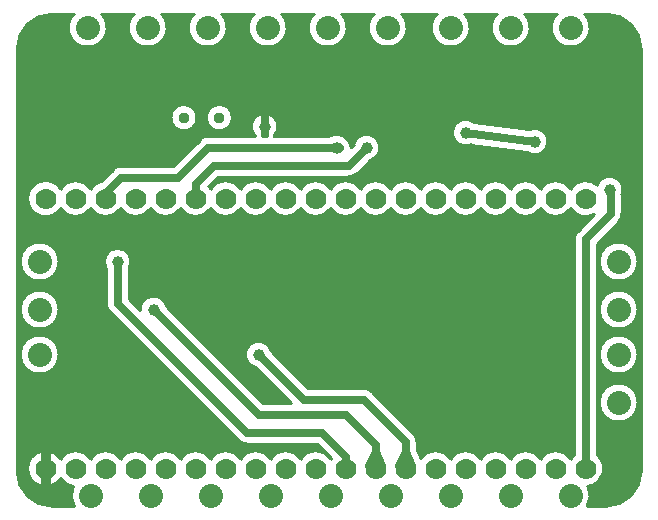
<source format=gbl>
G04 Generated by Ultiboard 12.0 *
%FSLAX25Y25*%
%MOIN*%

%ADD10C,0.00001*%
%ADD11C,0.01000*%
%ADD12C,0.02500*%
%ADD13C,0.08000*%
%ADD14C,0.03937*%
%ADD15C,0.07000*%
%ADD16C,0.03701*%


G04 ColorRGB 0000FF for the following layer *
%LNCopper Bottom*%
%LPD*%
G54D10*
G36*
X81298Y166488D02*
G75*
D01*
G03X90702Y166488I4702J-4488*
G01*
X90702Y166488D01*
X101298Y166488D01*
G75*
D01*
G03X110702Y166488I4702J-4488*
G01*
X110702Y166488D01*
X121298Y166488D01*
G75*
D01*
G03X130702Y166488I4702J-4488*
G01*
X130702Y166488D01*
X142298Y166488D01*
G75*
D01*
G03X151702Y166488I4702J-4488*
G01*
X151702Y166488D01*
X162298Y166488D01*
G75*
D01*
G03X171702Y166488I4702J-4488*
G01*
X171702Y166488D01*
X182298Y166488D01*
G75*
D01*
G03X191702Y166488I4702J-4488*
G01*
X191702Y166488D01*
X198885Y166488D01*
G75*
D01*
G03X198964Y166487I71J2512*
G01*
G74*
D01*
G02X210487Y154964I0J11523*
G01*
G75*
D01*
G03X210488Y154885I2513J-8*
G01*
X210488Y154885D01*
X210488Y14115D01*
G74*
D01*
G03X210487Y14036I2512J71*
G01*
G75*
D01*
G02X198964Y2513I-11523J0*
G01*
G75*
D01*
G03X198885Y2512I-8J-2513*
G01*
X198885Y2512D01*
X192485Y2512D01*
G75*
D01*
G03X192742Y9046I-5485J3488*
G01*
G75*
D01*
G03X195768Y19669I-742J5954*
G01*
X195768Y19669D01*
X195768Y89989D01*
X202961Y97182D01*
G75*
D01*
G03X204068Y99850I-2661J2668*
G01*
X204068Y99850D01*
X204068Y106151D01*
G75*
D01*
G03X195834Y109615I-4072J1839*
G01*
G75*
D01*
G03X187000Y108317I-3834J-4614*
G01*
G75*
D01*
G03X177000Y108317I-5000J-3317*
G01*
G75*
D01*
G03X167000Y108317I-5000J-3317*
G01*
G75*
D01*
G03X157000Y108317I-5000J-3317*
G01*
G75*
D01*
G03X147000Y108317I-5000J-3317*
G01*
G75*
D01*
G03X137000Y108317I-5000J-3317*
G01*
G75*
D01*
G03X127000Y108317I-5000J-3317*
G01*
G75*
D01*
G03X117000Y108317I-5000J-3317*
G01*
G75*
D01*
G03X107000Y108317I-5000J-3317*
G01*
G75*
D01*
G03X97000Y108317I-5000J-3317*
G01*
G75*
D01*
G03X87000Y108317I-5000J-3317*
G01*
G75*
D01*
G03X77000Y108317I-5000J-3317*
G01*
G75*
D01*
G03X67000Y108317I-5000J-3317*
G01*
G74*
D01*
G03X66404Y109075I4999J3318*
G01*
X66404Y109075D01*
X69561Y112232D01*
X112998Y112232D01*
G75*
D01*
G03X113588Y112278I3J3768*
G01*
G74*
D01*
G03X115668Y113339I588J3722*
G01*
X115668Y113339D01*
X119966Y117637D01*
G75*
D01*
G03X114637Y122966I-967J4362*
G01*
X114637Y122966D01*
X113767Y122096D01*
G74*
D01*
G03X112384Y124918I3767J96*
G01*
G75*
D01*
G03X106598Y125768I-3384J-2917*
G01*
X106598Y125768D01*
X88086Y125768D01*
G75*
D01*
G03X85926Y133372I-3084J3233*
G01*
X85926Y133372D01*
X85926Y129734D01*
G75*
D01*
G03X84074Y129734I-926J-733*
G01*
X84074Y129734D01*
X84074Y133372D01*
G75*
D01*
G03X81914Y125768I924J-4371*
G01*
X81914Y125768D01*
X66004Y125768D01*
G75*
D01*
G03X63336Y124664I-3J-3768*
G01*
X63336Y124664D01*
X54439Y115768D01*
X37003Y115768D01*
G75*
D01*
G03X34336Y114664I-2J-3768*
G01*
X34336Y114664D01*
X30474Y110803D01*
G74*
D01*
G03X27000Y108317I1526J5803*
G01*
G75*
D01*
G03X17000Y108317I-5000J-3317*
G01*
G75*
D01*
G03X17000Y101683I-5000J-3317*
G01*
G75*
D01*
G03X27000Y101683I5000J3317*
G01*
G75*
D01*
G03X37000Y101683I5000J3317*
G01*
G75*
D01*
G03X47000Y101683I5000J3317*
G01*
G75*
D01*
G03X57000Y101683I5000J3317*
G01*
G75*
D01*
G03X67000Y101683I5000J3317*
G01*
G75*
D01*
G03X77000Y101683I5000J3317*
G01*
G75*
D01*
G03X87000Y101683I5000J3317*
G01*
G75*
D01*
G03X97000Y101683I5000J3317*
G01*
G75*
D01*
G03X107000Y101683I5000J3317*
G01*
G75*
D01*
G03X117000Y101683I5000J3317*
G01*
G75*
D01*
G03X127000Y101683I5000J3317*
G01*
G75*
D01*
G03X137000Y101683I5000J3317*
G01*
G75*
D01*
G03X147000Y101683I5000J3317*
G01*
G75*
D01*
G03X157000Y101683I5000J3317*
G01*
G75*
D01*
G03X167000Y101683I5000J3317*
G01*
G75*
D01*
G03X177000Y101683I5000J3317*
G01*
G75*
D01*
G03X187000Y101683I5000J3317*
G01*
G75*
D01*
G03X194831Y99710I5000J3317*
G01*
X194831Y99710D01*
X189336Y94214D01*
G75*
D01*
G03X188232Y91544I2663J-2664*
G01*
X188232Y91544D01*
X188232Y19669D01*
G74*
D01*
G03X187000Y18317I3766J4669*
G01*
G75*
D01*
G03X177000Y18317I-5000J-3317*
G01*
G75*
D01*
G03X167000Y18317I-5000J-3317*
G01*
G75*
D01*
G03X157000Y18317I-5000J-3317*
G01*
G75*
D01*
G03X147000Y18317I-5000J-3317*
G01*
G75*
D01*
G03X137065Y18413I-5000J-3317*
G01*
X137065Y18413D01*
X135768Y21306D01*
X135768Y24000D01*
G74*
D01*
G03X134661Y26668I3768J0*
G01*
X134661Y26668D01*
X120668Y40661D01*
G74*
D01*
G03X118000Y41768I2668J2661*
G01*
X118000Y41768D01*
X99561Y41768D01*
X91975Y49354D01*
X87363Y53966D01*
G75*
D01*
G03X82034Y48637I-4362J-967*
G01*
X82034Y48637D01*
X91975Y38696D01*
X91975Y38696D01*
X92801Y37870D01*
X93903Y36768D01*
X84561Y36768D01*
X52363Y68966D01*
G75*
D01*
G03X43536Y67793I-4364J-957*
G01*
X43536Y67793D01*
X39768Y71561D01*
X39768Y81598D01*
G75*
D01*
G03X32232Y81598I-3768J2401*
G01*
X32232Y81598D01*
X32232Y70005D01*
G75*
D01*
G03X33336Y67336I3768J-4*
G01*
X33336Y67336D01*
X76336Y24336D01*
G75*
D01*
G03X79004Y23232I2664J2663*
G01*
X79004Y23232D01*
X102439Y23232D01*
X107145Y18526D01*
G74*
D01*
G03X107000Y18317I4856J3524*
G01*
G75*
D01*
G03X97000Y18317I-5000J-3317*
G01*
G75*
D01*
G03X87000Y18317I-5000J-3317*
G01*
G75*
D01*
G03X77000Y18317I-5000J-3317*
G01*
G75*
D01*
G03X67000Y18317I-5000J-3317*
G01*
G75*
D01*
G03X57000Y18317I-5000J-3317*
G01*
G75*
D01*
G03X47000Y18317I-5000J-3317*
G01*
G75*
D01*
G03X37000Y18317I-5000J-3317*
G01*
G75*
D01*
G03X27000Y18317I-5000J-3317*
G01*
G75*
D01*
G03X17000Y18317I-5000J-3317*
G01*
G74*
D01*
G03X13243Y20870I5000J3317*
G01*
X13243Y20870D01*
X13243Y16693D01*
G75*
D01*
G03X10757Y16693I-1243J-1693*
G01*
X10757Y16693D01*
X10757Y20870D01*
G75*
D01*
G03X10757Y9130I1242J-5870*
G01*
X10757Y9130D01*
X10757Y13307D01*
G75*
D01*
G03X13243Y13307I1243J1693*
G01*
X13243Y13307D01*
X13243Y9130D01*
G74*
D01*
G03X17000Y11683I1243J5870*
G01*
G74*
D01*
G03X21258Y9046I5000J3317*
G01*
G75*
D01*
G03X21515Y2512I5741J-3046*
G01*
X21515Y2512D01*
X14115Y2512D01*
G74*
D01*
G03X14036Y2513I71J2512*
G01*
G75*
D01*
G02X2513Y14036I0J11523*
G01*
G74*
D01*
G03X2512Y14115I2513J8*
G01*
X2512Y14115D01*
X2512Y154885D01*
G75*
D01*
G03X2513Y154964I-2512J71*
G01*
G75*
D01*
G02X14036Y166487I11523J0*
G01*
G74*
D01*
G03X14115Y166488I8J2513*
G01*
X14115Y166488D01*
X21298Y166488D01*
G75*
D01*
G03X30702Y166488I4702J-4488*
G01*
X30702Y166488D01*
X41298Y166488D01*
G75*
D01*
G03X50702Y166488I4702J-4488*
G01*
X50702Y166488D01*
X61298Y166488D01*
G75*
D01*
G03X70702Y166488I4702J-4488*
G01*
X70702Y166488D01*
X81298Y166488D01*
D02*
G37*
%LPC*%
G36*
X196500Y84000D02*
G75*
D01*
G03X196500Y84000I6500J0*
G01*
D02*
G37*
G36*
X196500Y68000D02*
G75*
D01*
G03X196500Y68000I6500J0*
G01*
D02*
G37*
G36*
X196500Y53000D02*
G75*
D01*
G03X196500Y53000I6500J0*
G01*
D02*
G37*
G36*
X196500Y37000D02*
G75*
D01*
G03X196500Y37000I6500J0*
G01*
D02*
G37*
G36*
X173106Y128047D02*
X173106Y128047D01*
X154869Y130426D01*
G75*
D01*
G03X153894Y122953I-2868J-3426*
G01*
X153894Y122953D01*
X172131Y120574D01*
G75*
D01*
G03X173106Y128047I2868J3426*
G01*
D02*
G37*
G36*
X53744Y132000D02*
G75*
D01*
G03X53744Y132000I4350J0*
G01*
D02*
G37*
G36*
X65555Y132000D02*
G75*
D01*
G03X65555Y132000I4351J0*
G01*
D02*
G37*
G36*
X3500Y53000D02*
G75*
D01*
G03X3500Y53000I6500J0*
G01*
D02*
G37*
G36*
X3500Y68000D02*
G75*
D01*
G03X3500Y68000I6500J0*
G01*
D02*
G37*
G36*
X3500Y84000D02*
G75*
D01*
G03X3500Y84000I6500J0*
G01*
D02*
G37*
%LPD*%
G36*
X84074Y128266D02*
G75*
D01*
G03X85926Y128266I926J733*
G01*
X85926Y128266D01*
X85926Y125768D01*
X84074Y125768D01*
X84074Y128266D01*
D02*
G37*
G54D11*
X196500Y84000D02*
G75*
D01*
G03X196500Y84000I6500J0*
G01*
X196500Y68000D02*
G75*
D01*
G03X196500Y68000I6500J0*
G01*
X196500Y53000D02*
G75*
D01*
G03X196500Y53000I6500J0*
G01*
X196500Y37000D02*
G75*
D01*
G03X196500Y37000I6500J0*
G01*
X173106Y128047D02*
X154869Y130426D01*
G75*
D01*
G03X153894Y122953I-2868J-3426*
G01*
X172131Y120574D01*
G75*
D01*
G03X173106Y128047I2868J3426*
G01*
X53744Y132000D02*
G75*
D01*
G03X53744Y132000I4350J0*
G01*
X65555Y132000D02*
G75*
D01*
G03X65555Y132000I4351J0*
G01*
X3500Y53000D02*
G75*
D01*
G03X3500Y53000I6500J0*
G01*
X3500Y68000D02*
G75*
D01*
G03X3500Y68000I6500J0*
G01*
X3500Y84000D02*
G75*
D01*
G03X3500Y84000I6500J0*
G01*
X81298Y166488D02*
G75*
D01*
G03X90702Y166488I4702J-4488*
G01*
X101298Y166488D01*
G75*
D01*
G03X110702Y166488I4702J-4488*
G01*
X121298Y166488D01*
G75*
D01*
G03X130702Y166488I4702J-4488*
G01*
X142298Y166488D01*
G75*
D01*
G03X151702Y166488I4702J-4488*
G01*
X162298Y166488D01*
G75*
D01*
G03X171702Y166488I4702J-4488*
G01*
X182298Y166488D01*
G75*
D01*
G03X191702Y166488I4702J-4488*
G01*
X198885Y166488D01*
G75*
D01*
G03X198964Y166487I71J2512*
G01*
G74*
D01*
G02X210487Y154964I0J11523*
G01*
G75*
D01*
G03X210488Y154885I2513J-8*
G01*
X210488Y14115D01*
G74*
D01*
G03X210487Y14036I2512J71*
G01*
G75*
D01*
G02X198964Y2513I-11523J0*
G01*
G75*
D01*
G03X198885Y2512I-8J-2513*
G01*
X192485Y2512D01*
G75*
D01*
G03X192742Y9046I-5485J3488*
G01*
G75*
D01*
G03X195768Y19669I-742J5954*
G01*
X195768Y89989D01*
X202961Y97182D01*
G75*
D01*
G03X204068Y99850I-2661J2668*
G01*
X204068Y106151D01*
G75*
D01*
G03X195834Y109615I-4072J1839*
G01*
G75*
D01*
G03X187000Y108317I-3834J-4614*
G01*
G75*
D01*
G03X177000Y108317I-5000J-3317*
G01*
G75*
D01*
G03X167000Y108317I-5000J-3317*
G01*
G75*
D01*
G03X157000Y108317I-5000J-3317*
G01*
G75*
D01*
G03X147000Y108317I-5000J-3317*
G01*
G75*
D01*
G03X137000Y108317I-5000J-3317*
G01*
G75*
D01*
G03X127000Y108317I-5000J-3317*
G01*
G75*
D01*
G03X117000Y108317I-5000J-3317*
G01*
G75*
D01*
G03X107000Y108317I-5000J-3317*
G01*
G75*
D01*
G03X97000Y108317I-5000J-3317*
G01*
G75*
D01*
G03X87000Y108317I-5000J-3317*
G01*
G75*
D01*
G03X77000Y108317I-5000J-3317*
G01*
G75*
D01*
G03X67000Y108317I-5000J-3317*
G01*
G74*
D01*
G03X66404Y109075I4999J3318*
G01*
X69561Y112232D01*
X112998Y112232D01*
G75*
D01*
G03X113588Y112278I3J3768*
G01*
G74*
D01*
G03X115668Y113339I588J3722*
G01*
X119966Y117637D01*
G75*
D01*
G03X114637Y122966I-967J4362*
G01*
X113767Y122096D01*
G74*
D01*
G03X112384Y124918I3767J96*
G01*
G75*
D01*
G03X106598Y125768I-3384J-2917*
G01*
X88086Y125768D01*
G75*
D01*
G03X85926Y133372I-3084J3233*
G01*
X85926Y129734D01*
G75*
D01*
G03X84074Y129734I-926J-733*
G01*
X84074Y133372D01*
G75*
D01*
G03X81914Y125768I924J-4371*
G01*
X66004Y125768D01*
G75*
D01*
G03X63336Y124664I-3J-3768*
G01*
X54439Y115768D01*
X37003Y115768D01*
G75*
D01*
G03X34336Y114664I-2J-3768*
G01*
X30474Y110803D01*
G74*
D01*
G03X27000Y108317I1526J5803*
G01*
G75*
D01*
G03X17000Y108317I-5000J-3317*
G01*
G75*
D01*
G03X17000Y101683I-5000J-3317*
G01*
G75*
D01*
G03X27000Y101683I5000J3317*
G01*
G75*
D01*
G03X37000Y101683I5000J3317*
G01*
G75*
D01*
G03X47000Y101683I5000J3317*
G01*
G75*
D01*
G03X57000Y101683I5000J3317*
G01*
G75*
D01*
G03X67000Y101683I5000J3317*
G01*
G75*
D01*
G03X77000Y101683I5000J3317*
G01*
G75*
D01*
G03X87000Y101683I5000J3317*
G01*
G75*
D01*
G03X97000Y101683I5000J3317*
G01*
G75*
D01*
G03X107000Y101683I5000J3317*
G01*
G75*
D01*
G03X117000Y101683I5000J3317*
G01*
G75*
D01*
G03X127000Y101683I5000J3317*
G01*
G75*
D01*
G03X137000Y101683I5000J3317*
G01*
G75*
D01*
G03X147000Y101683I5000J3317*
G01*
G75*
D01*
G03X157000Y101683I5000J3317*
G01*
G75*
D01*
G03X167000Y101683I5000J3317*
G01*
G75*
D01*
G03X177000Y101683I5000J3317*
G01*
G75*
D01*
G03X187000Y101683I5000J3317*
G01*
G75*
D01*
G03X194831Y99710I5000J3317*
G01*
X189336Y94214D01*
G75*
D01*
G03X188232Y91544I2663J-2664*
G01*
X188232Y19669D01*
G74*
D01*
G03X187000Y18317I3766J4669*
G01*
G75*
D01*
G03X177000Y18317I-5000J-3317*
G01*
G75*
D01*
G03X167000Y18317I-5000J-3317*
G01*
G75*
D01*
G03X157000Y18317I-5000J-3317*
G01*
G75*
D01*
G03X147000Y18317I-5000J-3317*
G01*
G75*
D01*
G03X137065Y18413I-5000J-3317*
G01*
X135768Y21306D01*
X135768Y24000D01*
G74*
D01*
G03X134661Y26668I3768J0*
G01*
X120668Y40661D01*
G74*
D01*
G03X118000Y41768I2668J2661*
G01*
X99561Y41768D01*
X91975Y49354D01*
X87363Y53966D01*
G75*
D01*
G03X82034Y48637I-4362J-967*
G01*
X91975Y38696D01*
X91975Y38696D01*
X92801Y37870D01*
X93903Y36768D01*
X84561Y36768D01*
X52363Y68966D01*
G75*
D01*
G03X43536Y67793I-4364J-957*
G01*
X39768Y71561D01*
X39768Y81598D01*
G75*
D01*
G03X32232Y81598I-3768J2401*
G01*
X32232Y70005D01*
G75*
D01*
G03X33336Y67336I3768J-4*
G01*
X76336Y24336D01*
G75*
D01*
G03X79004Y23232I2664J2663*
G01*
X102439Y23232D01*
X107145Y18526D01*
G74*
D01*
G03X107000Y18317I4856J3524*
G01*
G75*
D01*
G03X97000Y18317I-5000J-3317*
G01*
G75*
D01*
G03X87000Y18317I-5000J-3317*
G01*
G75*
D01*
G03X77000Y18317I-5000J-3317*
G01*
G75*
D01*
G03X67000Y18317I-5000J-3317*
G01*
G75*
D01*
G03X57000Y18317I-5000J-3317*
G01*
G75*
D01*
G03X47000Y18317I-5000J-3317*
G01*
G75*
D01*
G03X37000Y18317I-5000J-3317*
G01*
G75*
D01*
G03X27000Y18317I-5000J-3317*
G01*
G75*
D01*
G03X17000Y18317I-5000J-3317*
G01*
G74*
D01*
G03X13243Y20870I5000J3317*
G01*
X13243Y16693D01*
G75*
D01*
G03X10757Y16693I-1243J-1693*
G01*
X10757Y20870D01*
G75*
D01*
G03X10757Y9130I1242J-5870*
G01*
X10757Y13307D01*
G75*
D01*
G03X13243Y13307I1243J1693*
G01*
X13243Y9130D01*
G74*
D01*
G03X17000Y11683I1243J5870*
G01*
G74*
D01*
G03X21258Y9046I5000J3317*
G01*
G75*
D01*
G03X21515Y2512I5741J-3046*
G01*
X14115Y2512D01*
G74*
D01*
G03X14036Y2513I71J2512*
G01*
G75*
D01*
G02X2513Y14036I0J11523*
G01*
G74*
D01*
G03X2512Y14115I2513J8*
G01*
X2512Y154885D01*
G75*
D01*
G03X2513Y154964I-2512J71*
G01*
G75*
D01*
G02X14036Y166487I11523J0*
G01*
G74*
D01*
G03X14115Y166488I8J2513*
G01*
X21298Y166488D01*
G75*
D01*
G03X30702Y166488I4702J-4488*
G01*
X41298Y166488D01*
G75*
D01*
G03X50702Y166488I4702J-4488*
G01*
X61298Y166488D01*
G75*
D01*
G03X70702Y166488I4702J-4488*
G01*
X81298Y166488D01*
X84074Y128266D02*
G75*
D01*
G03X85926Y128266I926J733*
G01*
X85926Y125768D01*
X84074Y125768D01*
X84074Y128266D01*
G54D12*
X32000Y105000D02*
X32000Y107000D01*
X37000Y112000D01*
X56000Y112000D01*
X66000Y122000D01*
X62000Y105000D02*
X62000Y110000D01*
X68000Y116000D01*
X36000Y84000D02*
X36000Y70000D01*
X79000Y27000D01*
X104000Y27000D01*
X112000Y19000D01*
X112000Y16000D01*
X48000Y68000D02*
X83000Y33000D01*
X112000Y33000D01*
X122000Y23000D01*
X122000Y15000D01*
G36*
X122000Y20500D02*
X122000Y20500D01*
X124053Y15920D01*
X119947Y15920D01*
X122000Y20500D01*
D02*
G37*
X124053Y15920D01*
X119947Y15920D01*
X122000Y20500D01*
X83000Y53000D02*
X98000Y38000D01*
X118000Y38000D01*
X132000Y24000D01*
X132000Y15000D01*
G36*
X132000Y20500D02*
X132000Y20500D01*
X134053Y15920D01*
X129947Y15920D01*
X132000Y20500D01*
D02*
G37*
X134053Y15920D01*
X129947Y15920D01*
X132000Y20500D01*
X66000Y122000D02*
X110000Y122000D01*
X119000Y122000D02*
X113000Y116000D01*
X68000Y116000D02*
X113000Y116000D01*
X200300Y99850D02*
X192000Y91550D01*
X192000Y15000D01*
X200300Y99850D02*
X200300Y108100D01*
X152000Y127000D02*
X175000Y124000D01*
G54D13*
X27000Y6000D03*
X47000Y6000D03*
X67000Y6000D03*
X87000Y6000D03*
X107000Y6000D03*
X127000Y6000D03*
X147000Y6000D03*
X167000Y6000D03*
X187000Y6000D03*
X26000Y162000D03*
X46000Y162000D03*
X66000Y162000D03*
X86000Y162000D03*
X106000Y162000D03*
X126000Y162000D03*
X203000Y84000D03*
X203000Y68000D03*
X203000Y53000D03*
X203000Y37000D03*
X147000Y162000D03*
X167000Y162000D03*
X187000Y162000D03*
X10000Y53000D03*
X10000Y68000D03*
X10000Y84000D03*
G54D14*
X36000Y84000D03*
X48000Y68000D03*
X83000Y53000D03*
X119000Y122000D03*
X109000Y122000D03*
X85000Y129000D03*
X200000Y108000D03*
X152000Y127000D03*
X175000Y124000D03*
G54D15*
X192000Y105000D03*
X182000Y105000D03*
X172000Y105000D03*
X162000Y105000D03*
X152000Y105000D03*
X142000Y105000D03*
X132000Y105000D03*
X122000Y105000D03*
X112000Y105000D03*
X102000Y105000D03*
X92000Y105000D03*
X82000Y105000D03*
X72000Y105000D03*
X62000Y105000D03*
X52000Y105000D03*
X42000Y105000D03*
X32000Y105000D03*
X22000Y105000D03*
X12000Y105000D03*
X192000Y15000D03*
X182000Y15000D03*
X172000Y15000D03*
X162000Y15000D03*
X152000Y15000D03*
X142000Y15000D03*
X132000Y15000D03*
X122000Y15000D03*
X112000Y15000D03*
X102000Y15000D03*
X92000Y15000D03*
X82000Y15000D03*
X72000Y15000D03*
X62000Y15000D03*
X52000Y15000D03*
X42000Y15000D03*
X32000Y15000D03*
X22000Y15000D03*
X12000Y15000D03*
G54D16*
X58094Y132000D03*
X69906Y132000D03*

M00*

</source>
